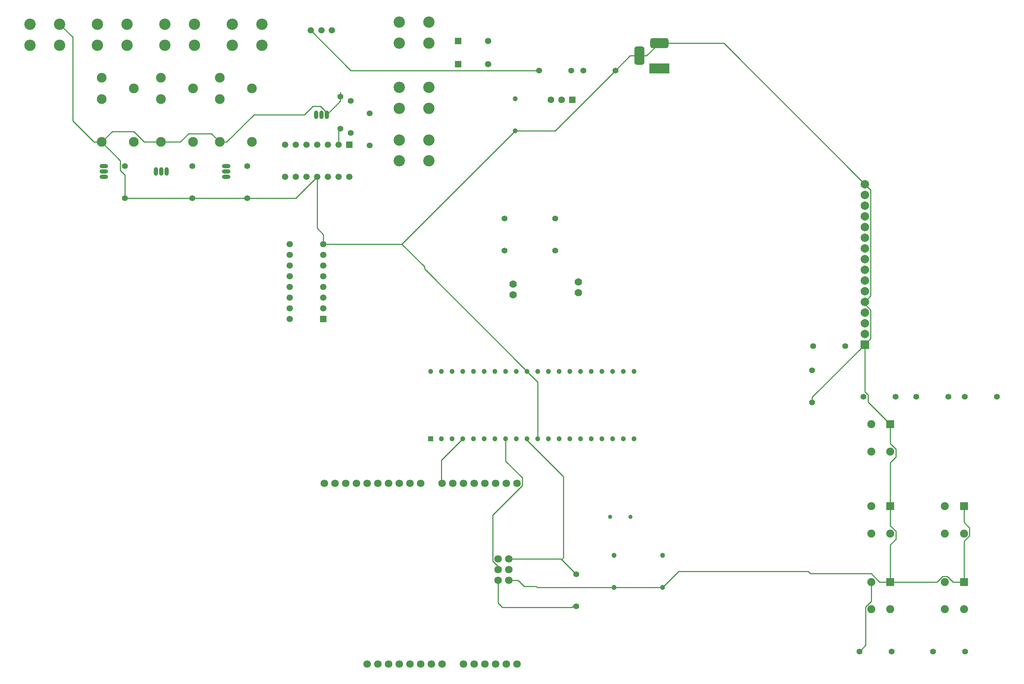
<source format=gbl>
%FSLAX23Y23*%
%MOIN*%
G70*
G01*
G75*
G04 Layer_Physical_Order=2*
G04 Layer_Color=16711680*
%ADD10C,0.010*%
%ADD11C,0.001*%
%ADD12C,0.055*%
%ADD13R,0.059X0.059*%
%ADD14C,0.059*%
%ADD15C,0.059*%
%ADD16C,0.063*%
%ADD17R,0.063X0.063*%
%ADD18C,0.070*%
%ADD19R,0.075X0.075*%
%ADD20C,0.075*%
%ADD21C,0.106*%
G04:AMPARAMS|DCode=22|XSize=173mil|YSize=94mil|CornerRadius=24mil|HoleSize=0mil|Usage=FLASHONLY|Rotation=90.000|XOffset=0mil|YOffset=0mil|HoleType=Round|Shape=RoundedRectangle|*
%AMROUNDEDRECTD22*
21,1,0.173,0.047,0,0,90.0*
21,1,0.126,0.094,0,0,90.0*
1,1,0.047,0.024,0.063*
1,1,0.047,0.024,-0.063*
1,1,0.047,-0.024,-0.063*
1,1,0.047,-0.024,0.063*
%
%ADD22ROUNDEDRECTD22*%
%ADD23R,0.185X0.094*%
G04:AMPARAMS|DCode=24|XSize=173mil|YSize=94mil|CornerRadius=24mil|HoleSize=0mil|Usage=FLASHONLY|Rotation=180.000|XOffset=0mil|YOffset=0mil|HoleType=Round|Shape=RoundedRectangle|*
%AMROUNDEDRECTD24*
21,1,0.173,0.047,0,0,180.0*
21,1,0.126,0.094,0,0,180.0*
1,1,0.047,-0.063,0.024*
1,1,0.047,0.063,0.024*
1,1,0.047,0.063,-0.024*
1,1,0.047,-0.063,-0.024*
%
%ADD24ROUNDEDRECTD24*%
%ADD25C,0.091*%
%ADD26O,0.079X0.039*%
%ADD27O,0.079X0.039*%
%ADD28O,0.039X0.079*%
%ADD29O,0.039X0.079*%
%ADD30R,0.059X0.059*%
%ADD31C,0.047*%
%ADD32C,0.039*%
%ADD33R,0.047X0.047*%
%ADD34C,0.079*%
%ADD35R,0.079X0.079*%
%ADD36C,0.071*%
D10*
X4016Y1829D02*
Y2043D01*
X3054Y4993D02*
Y5129D01*
X3645Y4066D02*
X4705Y5126D01*
X3858Y3833D02*
Y3853D01*
X3645Y4066D02*
X3858Y3853D01*
X3169Y5689D02*
X4929D01*
X2795Y6063D02*
X3169Y5689D01*
X4817Y2874D02*
X4917Y2774D01*
X3858Y3833D02*
X4817Y2874D01*
X4917Y2244D02*
Y2774D01*
X449Y6122D02*
X571Y6000D01*
Y5217D02*
Y6000D01*
Y5217D02*
X768Y5020D01*
X843D01*
X1016Y4846D01*
Y4753D02*
Y4846D01*
Y4753D02*
X1059Y4711D01*
Y4496D02*
Y4711D01*
Y4496D02*
X1689D01*
X2201D01*
X2657D01*
X2854Y4693D01*
Y4213D02*
Y4693D01*
Y4213D02*
X2913Y4154D01*
Y4066D02*
Y4154D01*
Y4066D02*
X3645D01*
X4705Y5126D02*
X5079D01*
X5642Y5689D01*
X5780Y5827D01*
X5866D01*
X5933D01*
X6051Y5945D01*
X6654D01*
X7972Y4626D01*
Y3526D02*
X8027Y3580D01*
X7972Y4626D02*
X8027Y4572D01*
Y3580D02*
Y4572D01*
X7972Y3503D02*
Y3526D01*
Y3503D02*
X8027Y3449D01*
Y3180D02*
Y3449D01*
X7972Y3126D02*
X8027Y3180D01*
X7480Y2634D02*
X7972Y3126D01*
X7480Y2586D02*
Y2634D01*
X7972Y2686D02*
Y3126D01*
Y2686D02*
X8003Y2655D01*
Y2588D02*
Y2655D01*
Y2588D02*
X8209Y2382D01*
Y2200D02*
Y2382D01*
Y2200D02*
X8261Y2148D01*
Y2074D02*
Y2148D01*
X8209Y2021D02*
X8261Y2074D01*
X8209Y1614D02*
Y2021D01*
Y1432D02*
Y1614D01*
Y1432D02*
X8261Y1380D01*
Y1306D02*
Y1380D01*
X8209Y1253D02*
X8261Y1306D01*
X8209Y906D02*
Y1253D01*
Y906D02*
X8646D01*
X8699Y958D01*
X8742D01*
X8795Y906D01*
X8898D01*
Y1284D01*
X8950Y1337D01*
Y1411D01*
X8898Y1463D02*
X8950Y1411D01*
X8898Y1463D02*
Y1614D01*
X1240Y5020D02*
X1394D01*
X1142Y5118D02*
X1240Y5020D01*
X941Y5118D02*
X1142D01*
X843Y5020D02*
X941Y5118D01*
X1394Y5020D02*
X1575D01*
X1654Y5098D01*
X1866D01*
X1945Y5020D01*
X2008D01*
X2264Y5276D01*
X2736D01*
X2815Y5354D01*
X2928Y5291D02*
Y5310D01*
Y5291D02*
X2944Y5276D01*
X2815Y5354D02*
X2884D01*
X2928Y5310D01*
X2944Y5276D02*
X3071Y5403D01*
Y5485D01*
X4900Y866D02*
X4912Y854D01*
X4788Y866D02*
X4900D01*
X4647Y922D02*
X4732D01*
X4788Y866D01*
X4912Y854D02*
X5630D01*
X6083D01*
X4547Y709D02*
Y922D01*
Y709D02*
X4587Y669D01*
X5236D01*
X5244Y677D01*
X5276D01*
X4647Y1122D02*
X5130D01*
X4817Y2230D02*
Y2244D01*
Y2230D02*
X5157Y1890D01*
Y1134D02*
Y1890D01*
X5138Y1115D02*
X5157Y1134D01*
X5130Y1122D02*
X5138Y1115D01*
X5276Y977D01*
X4016Y2043D02*
X4217Y2244D01*
X4547Y1022D02*
Y1051D01*
X4497Y1101D02*
X4547Y1051D01*
X4773Y1808D02*
Y1880D01*
X4617Y2036D02*
X4773Y1880D01*
X4617Y2036D02*
Y2244D01*
X4497Y1101D02*
Y1532D01*
X4773Y1808D01*
X7921Y256D02*
X7979Y314D01*
Y671D01*
X8031Y724D01*
Y906D01*
X8110D02*
X8209D01*
X8031Y984D02*
X8110Y906D01*
X7461Y984D02*
X8031D01*
X7441Y1004D02*
X7461Y984D01*
X6233Y1004D02*
X7441D01*
X6083Y854D02*
X6233Y1004D01*
D12*
X3346Y5288D02*
D03*
Y4988D02*
D03*
X3169Y5406D02*
D03*
Y5106D02*
D03*
X3071Y5445D02*
D03*
Y5145D02*
D03*
X8752Y2638D02*
D03*
X8452D02*
D03*
X9205D02*
D03*
X8905D02*
D03*
X8260D02*
D03*
X7960D02*
D03*
X1059Y4796D02*
D03*
Y4496D02*
D03*
X1689Y4796D02*
D03*
Y4496D02*
D03*
X2201Y4796D02*
D03*
Y4496D02*
D03*
X8221Y256D02*
D03*
X7921D02*
D03*
X8610D02*
D03*
X8910D02*
D03*
X7480Y2586D02*
D03*
Y2886D02*
D03*
X5079Y4304D02*
D03*
Y4004D02*
D03*
X5276Y677D02*
D03*
Y977D02*
D03*
X4606Y4304D02*
D03*
Y4004D02*
D03*
X5642Y5689D02*
D03*
X5342D02*
D03*
X5229D02*
D03*
X4929D02*
D03*
X7488Y3110D02*
D03*
X7788D02*
D03*
D13*
X3154Y4993D02*
D03*
D14*
X3054D02*
D03*
X2954D02*
D03*
X2854D02*
D03*
X2754D02*
D03*
X2654D02*
D03*
X2554D02*
D03*
X3154Y4693D02*
D03*
X3054D02*
D03*
X2954D02*
D03*
X2854D02*
D03*
X2754D02*
D03*
X2654D02*
D03*
X2554D02*
D03*
D15*
X2795Y6063D02*
D03*
X2894D02*
D03*
X2992D02*
D03*
X2598Y4066D02*
D03*
Y3966D02*
D03*
Y3866D02*
D03*
Y3766D02*
D03*
Y3666D02*
D03*
Y3566D02*
D03*
Y3466D02*
D03*
Y3366D02*
D03*
X2913Y4066D02*
D03*
Y3966D02*
D03*
Y3866D02*
D03*
Y3766D02*
D03*
Y3666D02*
D03*
Y3566D02*
D03*
Y3466D02*
D03*
X4451Y5965D02*
D03*
Y5748D02*
D03*
D16*
X5038Y5413D02*
D03*
X5138D02*
D03*
D17*
X5238D02*
D03*
D18*
X4685Y3592D02*
D03*
Y3692D02*
D03*
X5295Y3611D02*
D03*
Y3711D02*
D03*
D19*
X8898Y1614D02*
D03*
Y906D02*
D03*
X8209D02*
D03*
Y1614D02*
D03*
Y2382D02*
D03*
D20*
X8720Y1614D02*
D03*
X8898Y1358D02*
D03*
X8720D02*
D03*
Y906D02*
D03*
X8898Y650D02*
D03*
X8720D02*
D03*
X8031Y906D02*
D03*
X8209Y650D02*
D03*
X8031D02*
D03*
Y1614D02*
D03*
X8209Y1358D02*
D03*
X8031D02*
D03*
Y2382D02*
D03*
X8209Y2126D02*
D03*
X8031D02*
D03*
D21*
X3622Y5039D02*
D03*
X3898D02*
D03*
X3622Y4843D02*
D03*
X3898D02*
D03*
D03*
X3622D02*
D03*
Y5531D02*
D03*
X3898D02*
D03*
X3622Y5335D02*
D03*
X3898D02*
D03*
D03*
X3622D02*
D03*
X173Y6122D02*
D03*
X449D02*
D03*
X173Y5925D02*
D03*
X449D02*
D03*
D03*
X173D02*
D03*
X1079D02*
D03*
X803D02*
D03*
X1079Y6122D02*
D03*
X803D02*
D03*
D03*
X1079D02*
D03*
X1709Y5925D02*
D03*
X1433D02*
D03*
X1709Y6122D02*
D03*
X1433D02*
D03*
D03*
X1709D02*
D03*
X2339Y5925D02*
D03*
X2063D02*
D03*
X2339Y6122D02*
D03*
X2063D02*
D03*
D03*
X2339D02*
D03*
X3898Y5945D02*
D03*
X3622D02*
D03*
X3898Y6142D02*
D03*
X3622D02*
D03*
D03*
X3898D02*
D03*
D22*
X5866Y5827D02*
D03*
D23*
X6051Y5709D02*
D03*
D24*
Y5945D02*
D03*
D25*
X1143Y5520D02*
D03*
Y5020D02*
D03*
X843D02*
D03*
Y5420D02*
D03*
Y5620D02*
D03*
X1694Y5520D02*
D03*
Y5020D02*
D03*
X1394D02*
D03*
Y5420D02*
D03*
Y5620D02*
D03*
X2245Y5520D02*
D03*
Y5020D02*
D03*
X1945D02*
D03*
Y5420D02*
D03*
Y5620D02*
D03*
D26*
X862Y4794D02*
D03*
X2004D02*
D03*
D27*
X862Y4744D02*
D03*
Y4694D02*
D03*
X2004Y4744D02*
D03*
Y4694D02*
D03*
D28*
X1448Y4744D02*
D03*
X2844Y5276D02*
D03*
X2894D02*
D03*
D29*
X1398Y4744D02*
D03*
X1348D02*
D03*
X2944Y5276D02*
D03*
D30*
X2913Y3366D02*
D03*
X4171Y5965D02*
D03*
Y5748D02*
D03*
D31*
X6083Y854D02*
D03*
Y1154D02*
D03*
X5630Y854D02*
D03*
Y1154D02*
D03*
X3917Y2874D02*
D03*
X4017D02*
D03*
X4117D02*
D03*
X4217D02*
D03*
X4317D02*
D03*
X4417D02*
D03*
X4517D02*
D03*
X4617D02*
D03*
X4717D02*
D03*
X4817D02*
D03*
X4917D02*
D03*
X5017D02*
D03*
X5117D02*
D03*
X5217D02*
D03*
X5317D02*
D03*
X5417D02*
D03*
X5517D02*
D03*
X5617D02*
D03*
X5717D02*
D03*
X5817D02*
D03*
D03*
Y2244D02*
D03*
X5717D02*
D03*
X5617D02*
D03*
X5517D02*
D03*
X5417D02*
D03*
X5317D02*
D03*
X5217D02*
D03*
X5117D02*
D03*
X5017D02*
D03*
X4917D02*
D03*
X4817D02*
D03*
X4717D02*
D03*
X4617D02*
D03*
X4517D02*
D03*
X4417D02*
D03*
X4317D02*
D03*
X4217D02*
D03*
X4117D02*
D03*
X4017D02*
D03*
X4705Y5126D02*
D03*
Y5426D02*
D03*
D32*
X5591Y1516D02*
D03*
X5783D02*
D03*
D33*
X3917Y2244D02*
D03*
D34*
X7972Y3226D02*
D03*
D03*
Y3326D02*
D03*
Y3426D02*
D03*
Y3526D02*
D03*
Y3626D02*
D03*
Y3726D02*
D03*
Y3826D02*
D03*
Y3926D02*
D03*
Y4026D02*
D03*
Y4126D02*
D03*
Y4226D02*
D03*
Y4326D02*
D03*
Y4426D02*
D03*
Y4526D02*
D03*
Y4626D02*
D03*
D35*
Y3126D02*
D03*
D36*
X4647Y1122D02*
D03*
X4547D02*
D03*
X4723Y1829D02*
D03*
Y139D02*
D03*
X4623D02*
D03*
X4523D02*
D03*
X4423D02*
D03*
X4323D02*
D03*
X4223D02*
D03*
X4023D02*
D03*
X3923D02*
D03*
X3823D02*
D03*
X3723D02*
D03*
X3623D02*
D03*
X3523D02*
D03*
X3423D02*
D03*
X3323D02*
D03*
X4547Y1022D02*
D03*
X4647D02*
D03*
X4547Y922D02*
D03*
X4647D02*
D03*
X4623Y1829D02*
D03*
X4523D02*
D03*
X4423D02*
D03*
X4323D02*
D03*
X4223D02*
D03*
X4123D02*
D03*
X4023D02*
D03*
X3823D02*
D03*
X3723D02*
D03*
X3623D02*
D03*
X3523D02*
D03*
X3423D02*
D03*
X3323D02*
D03*
X3223D02*
D03*
X3123D02*
D03*
X3023D02*
D03*
X2923D02*
D03*
M02*

</source>
